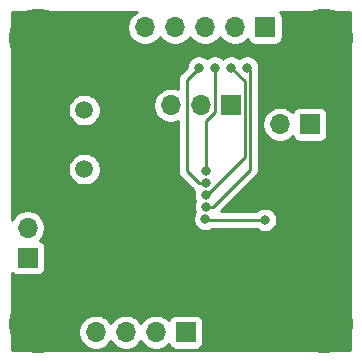
<source format=gbr>
%TF.GenerationSoftware,KiCad,Pcbnew,(5.1.6)-1*%
%TF.CreationDate,2020-09-09T14:29:39-07:00*%
%TF.ProjectId,DigitController,44696769-7443-46f6-9e74-726f6c6c6572,rev?*%
%TF.SameCoordinates,Original*%
%TF.FileFunction,Copper,L2,Bot*%
%TF.FilePolarity,Positive*%
%FSLAX46Y46*%
G04 Gerber Fmt 4.6, Leading zero omitted, Abs format (unit mm)*
G04 Created by KiCad (PCBNEW (5.1.6)-1) date 2020-09-09 14:29:39*
%MOMM*%
%LPD*%
G01*
G04 APERTURE LIST*
%TA.AperFunction,ComponentPad*%
%ADD10C,1.500000*%
%TD*%
%TA.AperFunction,ComponentPad*%
%ADD11O,1.700000X1.700000*%
%TD*%
%TA.AperFunction,ComponentPad*%
%ADD12R,1.700000X1.700000*%
%TD*%
%TA.AperFunction,ComponentPad*%
%ADD13C,0.800000*%
%TD*%
%TA.AperFunction,ComponentPad*%
%ADD14C,5.000000*%
%TD*%
%TA.AperFunction,ViaPad*%
%ADD15C,0.800000*%
%TD*%
%TA.AperFunction,Conductor*%
%ADD16C,0.250000*%
%TD*%
%TA.AperFunction,Conductor*%
%ADD17C,0.254000*%
%TD*%
G04 APERTURE END LIST*
D10*
%TO.P,Y1,2*%
%TO.N,/XTAL2*%
X66800000Y-94000000D03*
%TO.P,Y1,1*%
%TO.N,/XTAL1*%
X66800000Y-89000000D03*
%TD*%
D11*
%TO.P,J5,4*%
%TO.N,/SEG_C*%
X67780000Y-107800000D03*
%TO.P,J5,3*%
%TO.N,/SEG_D*%
X70320000Y-107800000D03*
%TO.P,J5,2*%
%TO.N,/SEG_G*%
X72860000Y-107800000D03*
D12*
%TO.P,J5,1*%
%TO.N,/SEG_H*%
X75400000Y-107800000D03*
%TD*%
D11*
%TO.P,J4,2*%
%TO.N,/SEG_F*%
X62000000Y-98960000D03*
D12*
%TO.P,J4,1*%
%TO.N,/SEG_E*%
X62000000Y-101500000D03*
%TD*%
D11*
%TO.P,J3,2*%
%TO.N,/SEG_A*%
X83360000Y-90200000D03*
D12*
%TO.P,J3,1*%
%TO.N,/SEG_B*%
X85900000Y-90200000D03*
%TD*%
D11*
%TO.P,J2,6*%
%TO.N,/GND*%
X69400000Y-82000000D03*
%TO.P,J2,5*%
%TO.N,Net-(J2-Pad5)*%
X71940000Y-82000000D03*
%TO.P,J2,4*%
%TO.N,/5V*%
X74480000Y-82000000D03*
%TO.P,J2,3*%
%TO.N,/FTDI_TX*%
X77020000Y-82000000D03*
%TO.P,J2,2*%
%TO.N,/FTDI_RX*%
X79560000Y-82000000D03*
D12*
%TO.P,J2,1*%
%TO.N,/FTDI_DTR*%
X82100000Y-82000000D03*
%TD*%
D11*
%TO.P,J1,4*%
%TO.N,/GND*%
X71580000Y-88600000D03*
%TO.P,J1,3*%
%TO.N,/5V*%
X74120000Y-88600000D03*
%TO.P,J1,2*%
%TO.N,/SCL*%
X76660000Y-88600000D03*
D12*
%TO.P,J1,1*%
%TO.N,/SDA*%
X79200000Y-88600000D03*
%TD*%
D13*
%TO.P,H4,1*%
%TO.N,/GND*%
X88450825Y-105774175D03*
X87125000Y-105225000D03*
X85799175Y-105774175D03*
X85250000Y-107100000D03*
X85799175Y-108425825D03*
X87125000Y-108975000D03*
X88450825Y-108425825D03*
X89000000Y-107100000D03*
D14*
X87125000Y-107100000D03*
%TD*%
D13*
%TO.P,H3,1*%
%TO.N,/GND*%
X64225825Y-105774175D03*
X62900000Y-105225000D03*
X61574175Y-105774175D03*
X61025000Y-107100000D03*
X61574175Y-108425825D03*
X62900000Y-108975000D03*
X64225825Y-108425825D03*
X64775000Y-107100000D03*
D14*
X62900000Y-107100000D03*
%TD*%
D13*
%TO.P,H2,1*%
%TO.N,/GND*%
X88425825Y-81574175D03*
X87100000Y-81025000D03*
X85774175Y-81574175D03*
X85225000Y-82900000D03*
X85774175Y-84225825D03*
X87100000Y-84775000D03*
X88425825Y-84225825D03*
X88975000Y-82900000D03*
D14*
X87100000Y-82900000D03*
%TD*%
D13*
%TO.P,H1,1*%
%TO.N,/GND*%
X64225825Y-81574175D03*
X62900000Y-81025000D03*
X61574175Y-81574175D03*
X61025000Y-82900000D03*
X61574175Y-84225825D03*
X62900000Y-84775000D03*
X64225825Y-84225825D03*
X64775000Y-82900000D03*
D14*
X62900000Y-82900000D03*
%TD*%
D15*
%TO.N,/5V*%
X82100000Y-98300000D03*
%TO.N,/SDA*%
X77100000Y-97200000D03*
%TO.N,/SCL*%
X77100000Y-96200000D03*
%TO.N,/FTDI_TX*%
X77100000Y-95200000D03*
%TO.N,/FTDI_RX*%
X77100000Y-94200000D03*
X77850000Y-85400000D03*
%TO.N,/FTDI_TX*%
X76500000Y-85400000D03*
%TO.N,/SCL*%
X79250000Y-85400000D03*
%TO.N,/SDA*%
X80600000Y-85400000D03*
%TO.N,/5V*%
X77050000Y-98223002D03*
%TO.N,/GND*%
X74000000Y-93500000D03*
X73950000Y-94600000D03*
X73950000Y-96700000D03*
X73950000Y-97800000D03*
%TD*%
D16*
%TO.N,/5V*%
X77126998Y-98300000D02*
X77050000Y-98223002D01*
X82100000Y-98300000D02*
X77126998Y-98300000D01*
%TO.N,/SCL*%
X77173002Y-96200000D02*
X77100000Y-96200000D01*
X80375001Y-92998001D02*
X77173002Y-96200000D01*
X80375001Y-86525001D02*
X80375001Y-92998001D01*
X79250000Y-85400000D02*
X80375001Y-86525001D01*
%TO.N,/SDA*%
X80600000Y-85400000D02*
X80825011Y-85625011D01*
X80825011Y-85625011D02*
X80825011Y-90225011D01*
X77665685Y-97200000D02*
X77100000Y-97200000D01*
X80825011Y-90225011D02*
X80825009Y-94040676D01*
X80825009Y-94040676D02*
X77665685Y-97200000D01*
%TO.N,/FTDI_RX*%
X77850000Y-89149002D02*
X77100000Y-89899002D01*
X77100000Y-89899002D02*
X77100000Y-94200000D01*
X77850000Y-85400000D02*
X77850000Y-89149002D01*
%TO.N,/FTDI_TX*%
X75484999Y-86415001D02*
X75484999Y-94150684D01*
X76534315Y-95200000D02*
X77100000Y-95200000D01*
X75484999Y-94150684D02*
X76534315Y-95200000D01*
X76500000Y-85400000D02*
X75484999Y-86415001D01*
%TD*%
D17*
%TO.N,/GND*%
G36*
X71236589Y-80684010D02*
G01*
X70993368Y-80846525D01*
X70786525Y-81053368D01*
X70624010Y-81296589D01*
X70512068Y-81566842D01*
X70455000Y-81853740D01*
X70455000Y-82146260D01*
X70512068Y-82433158D01*
X70624010Y-82703411D01*
X70786525Y-82946632D01*
X70993368Y-83153475D01*
X71236589Y-83315990D01*
X71506842Y-83427932D01*
X71793740Y-83485000D01*
X72086260Y-83485000D01*
X72373158Y-83427932D01*
X72643411Y-83315990D01*
X72886632Y-83153475D01*
X73093475Y-82946632D01*
X73210000Y-82772240D01*
X73326525Y-82946632D01*
X73533368Y-83153475D01*
X73776589Y-83315990D01*
X74046842Y-83427932D01*
X74333740Y-83485000D01*
X74626260Y-83485000D01*
X74913158Y-83427932D01*
X75183411Y-83315990D01*
X75426632Y-83153475D01*
X75633475Y-82946632D01*
X75750000Y-82772240D01*
X75866525Y-82946632D01*
X76073368Y-83153475D01*
X76316589Y-83315990D01*
X76586842Y-83427932D01*
X76873740Y-83485000D01*
X77166260Y-83485000D01*
X77453158Y-83427932D01*
X77723411Y-83315990D01*
X77966632Y-83153475D01*
X78173475Y-82946632D01*
X78290000Y-82772240D01*
X78406525Y-82946632D01*
X78613368Y-83153475D01*
X78856589Y-83315990D01*
X79126842Y-83427932D01*
X79413740Y-83485000D01*
X79706260Y-83485000D01*
X79993158Y-83427932D01*
X80263411Y-83315990D01*
X80506632Y-83153475D01*
X80638487Y-83021620D01*
X80660498Y-83094180D01*
X80719463Y-83204494D01*
X80798815Y-83301185D01*
X80895506Y-83380537D01*
X81005820Y-83439502D01*
X81125518Y-83475812D01*
X81250000Y-83488072D01*
X82950000Y-83488072D01*
X83074482Y-83475812D01*
X83194180Y-83439502D01*
X83304494Y-83380537D01*
X83401185Y-83301185D01*
X83480537Y-83204494D01*
X83539502Y-83094180D01*
X83575812Y-82974482D01*
X83588072Y-82850000D01*
X83588072Y-81150000D01*
X83575812Y-81025518D01*
X83539502Y-80905820D01*
X83480537Y-80795506D01*
X83401185Y-80698815D01*
X83353889Y-80660000D01*
X89340000Y-80660000D01*
X89340001Y-109340000D01*
X60660000Y-109340000D01*
X60660000Y-107653740D01*
X66295000Y-107653740D01*
X66295000Y-107946260D01*
X66352068Y-108233158D01*
X66464010Y-108503411D01*
X66626525Y-108746632D01*
X66833368Y-108953475D01*
X67076589Y-109115990D01*
X67346842Y-109227932D01*
X67633740Y-109285000D01*
X67926260Y-109285000D01*
X68213158Y-109227932D01*
X68483411Y-109115990D01*
X68726632Y-108953475D01*
X68933475Y-108746632D01*
X69050000Y-108572240D01*
X69166525Y-108746632D01*
X69373368Y-108953475D01*
X69616589Y-109115990D01*
X69886842Y-109227932D01*
X70173740Y-109285000D01*
X70466260Y-109285000D01*
X70753158Y-109227932D01*
X71023411Y-109115990D01*
X71266632Y-108953475D01*
X71473475Y-108746632D01*
X71590000Y-108572240D01*
X71706525Y-108746632D01*
X71913368Y-108953475D01*
X72156589Y-109115990D01*
X72426842Y-109227932D01*
X72713740Y-109285000D01*
X73006260Y-109285000D01*
X73293158Y-109227932D01*
X73563411Y-109115990D01*
X73806632Y-108953475D01*
X73938487Y-108821620D01*
X73960498Y-108894180D01*
X74019463Y-109004494D01*
X74098815Y-109101185D01*
X74195506Y-109180537D01*
X74305820Y-109239502D01*
X74425518Y-109275812D01*
X74550000Y-109288072D01*
X76250000Y-109288072D01*
X76374482Y-109275812D01*
X76494180Y-109239502D01*
X76604494Y-109180537D01*
X76701185Y-109101185D01*
X76780537Y-109004494D01*
X76839502Y-108894180D01*
X76875812Y-108774482D01*
X76888072Y-108650000D01*
X76888072Y-106950000D01*
X76875812Y-106825518D01*
X76839502Y-106705820D01*
X76780537Y-106595506D01*
X76701185Y-106498815D01*
X76604494Y-106419463D01*
X76494180Y-106360498D01*
X76374482Y-106324188D01*
X76250000Y-106311928D01*
X74550000Y-106311928D01*
X74425518Y-106324188D01*
X74305820Y-106360498D01*
X74195506Y-106419463D01*
X74098815Y-106498815D01*
X74019463Y-106595506D01*
X73960498Y-106705820D01*
X73938487Y-106778380D01*
X73806632Y-106646525D01*
X73563411Y-106484010D01*
X73293158Y-106372068D01*
X73006260Y-106315000D01*
X72713740Y-106315000D01*
X72426842Y-106372068D01*
X72156589Y-106484010D01*
X71913368Y-106646525D01*
X71706525Y-106853368D01*
X71590000Y-107027760D01*
X71473475Y-106853368D01*
X71266632Y-106646525D01*
X71023411Y-106484010D01*
X70753158Y-106372068D01*
X70466260Y-106315000D01*
X70173740Y-106315000D01*
X69886842Y-106372068D01*
X69616589Y-106484010D01*
X69373368Y-106646525D01*
X69166525Y-106853368D01*
X69050000Y-107027760D01*
X68933475Y-106853368D01*
X68726632Y-106646525D01*
X68483411Y-106484010D01*
X68213158Y-106372068D01*
X67926260Y-106315000D01*
X67633740Y-106315000D01*
X67346842Y-106372068D01*
X67076589Y-106484010D01*
X66833368Y-106646525D01*
X66626525Y-106853368D01*
X66464010Y-107096589D01*
X66352068Y-107366842D01*
X66295000Y-107653740D01*
X60660000Y-107653740D01*
X60660000Y-102753889D01*
X60698815Y-102801185D01*
X60795506Y-102880537D01*
X60905820Y-102939502D01*
X61025518Y-102975812D01*
X61150000Y-102988072D01*
X62850000Y-102988072D01*
X62974482Y-102975812D01*
X63094180Y-102939502D01*
X63204494Y-102880537D01*
X63301185Y-102801185D01*
X63380537Y-102704494D01*
X63439502Y-102594180D01*
X63475812Y-102474482D01*
X63488072Y-102350000D01*
X63488072Y-100650000D01*
X63475812Y-100525518D01*
X63439502Y-100405820D01*
X63380537Y-100295506D01*
X63301185Y-100198815D01*
X63204494Y-100119463D01*
X63094180Y-100060498D01*
X63021620Y-100038487D01*
X63153475Y-99906632D01*
X63315990Y-99663411D01*
X63427932Y-99393158D01*
X63485000Y-99106260D01*
X63485000Y-98813740D01*
X63427932Y-98526842D01*
X63315990Y-98256589D01*
X63153475Y-98013368D01*
X62946632Y-97806525D01*
X62703411Y-97644010D01*
X62433158Y-97532068D01*
X62146260Y-97475000D01*
X61853740Y-97475000D01*
X61566842Y-97532068D01*
X61296589Y-97644010D01*
X61053368Y-97806525D01*
X60846525Y-98013368D01*
X60684010Y-98256589D01*
X60660000Y-98314555D01*
X60660000Y-93863589D01*
X65415000Y-93863589D01*
X65415000Y-94136411D01*
X65468225Y-94403989D01*
X65572629Y-94656043D01*
X65724201Y-94882886D01*
X65917114Y-95075799D01*
X66143957Y-95227371D01*
X66396011Y-95331775D01*
X66663589Y-95385000D01*
X66936411Y-95385000D01*
X67203989Y-95331775D01*
X67456043Y-95227371D01*
X67682886Y-95075799D01*
X67875799Y-94882886D01*
X68027371Y-94656043D01*
X68131775Y-94403989D01*
X68185000Y-94136411D01*
X68185000Y-93863589D01*
X68131775Y-93596011D01*
X68027371Y-93343957D01*
X67875799Y-93117114D01*
X67682886Y-92924201D01*
X67456043Y-92772629D01*
X67203989Y-92668225D01*
X66936411Y-92615000D01*
X66663589Y-92615000D01*
X66396011Y-92668225D01*
X66143957Y-92772629D01*
X65917114Y-92924201D01*
X65724201Y-93117114D01*
X65572629Y-93343957D01*
X65468225Y-93596011D01*
X65415000Y-93863589D01*
X60660000Y-93863589D01*
X60660000Y-88863589D01*
X65415000Y-88863589D01*
X65415000Y-89136411D01*
X65468225Y-89403989D01*
X65572629Y-89656043D01*
X65724201Y-89882886D01*
X65917114Y-90075799D01*
X66143957Y-90227371D01*
X66396011Y-90331775D01*
X66663589Y-90385000D01*
X66936411Y-90385000D01*
X67203989Y-90331775D01*
X67456043Y-90227371D01*
X67682886Y-90075799D01*
X67875799Y-89882886D01*
X68027371Y-89656043D01*
X68131775Y-89403989D01*
X68185000Y-89136411D01*
X68185000Y-88863589D01*
X68131775Y-88596011D01*
X68072845Y-88453740D01*
X72635000Y-88453740D01*
X72635000Y-88746260D01*
X72692068Y-89033158D01*
X72804010Y-89303411D01*
X72966525Y-89546632D01*
X73173368Y-89753475D01*
X73416589Y-89915990D01*
X73686842Y-90027932D01*
X73973740Y-90085000D01*
X74266260Y-90085000D01*
X74553158Y-90027932D01*
X74724999Y-89956753D01*
X74725000Y-94113352D01*
X74721323Y-94150684D01*
X74725000Y-94188017D01*
X74735997Y-94299670D01*
X74746084Y-94332922D01*
X74779453Y-94442930D01*
X74850025Y-94574960D01*
X74921200Y-94661686D01*
X74944999Y-94690685D01*
X74973997Y-94714483D01*
X75970516Y-95711003D01*
X75994314Y-95740001D01*
X76023312Y-95763799D01*
X76110038Y-95834974D01*
X76127137Y-95844114D01*
X76104774Y-95898102D01*
X76065000Y-96098061D01*
X76065000Y-96301939D01*
X76104774Y-96501898D01*
X76182795Y-96690256D01*
X76189306Y-96700000D01*
X76182795Y-96709744D01*
X76104774Y-96898102D01*
X76065000Y-97098061D01*
X76065000Y-97301939D01*
X76104774Y-97501898D01*
X76174525Y-97670292D01*
X76132795Y-97732746D01*
X76054774Y-97921104D01*
X76015000Y-98121063D01*
X76015000Y-98324941D01*
X76054774Y-98524900D01*
X76132795Y-98713258D01*
X76246063Y-98882776D01*
X76390226Y-99026939D01*
X76559744Y-99140207D01*
X76748102Y-99218228D01*
X76948061Y-99258002D01*
X77151939Y-99258002D01*
X77351898Y-99218228D01*
X77540256Y-99140207D01*
X77660295Y-99060000D01*
X81396289Y-99060000D01*
X81440226Y-99103937D01*
X81609744Y-99217205D01*
X81798102Y-99295226D01*
X81998061Y-99335000D01*
X82201939Y-99335000D01*
X82401898Y-99295226D01*
X82590256Y-99217205D01*
X82759774Y-99103937D01*
X82903937Y-98959774D01*
X83017205Y-98790256D01*
X83095226Y-98601898D01*
X83135000Y-98401939D01*
X83135000Y-98198061D01*
X83095226Y-97998102D01*
X83017205Y-97809744D01*
X82903937Y-97640226D01*
X82759774Y-97496063D01*
X82590256Y-97382795D01*
X82401898Y-97304774D01*
X82201939Y-97265000D01*
X81998061Y-97265000D01*
X81798102Y-97304774D01*
X81609744Y-97382795D01*
X81440226Y-97496063D01*
X81396289Y-97540000D01*
X78400486Y-97540000D01*
X81336016Y-94604471D01*
X81365009Y-94580677D01*
X81388803Y-94551684D01*
X81388808Y-94551679D01*
X81459983Y-94464952D01*
X81530555Y-94332923D01*
X81574011Y-94189662D01*
X81588685Y-94040676D01*
X81585008Y-94003344D01*
X81585011Y-90187679D01*
X81585011Y-90053740D01*
X81875000Y-90053740D01*
X81875000Y-90346260D01*
X81932068Y-90633158D01*
X82044010Y-90903411D01*
X82206525Y-91146632D01*
X82413368Y-91353475D01*
X82656589Y-91515990D01*
X82926842Y-91627932D01*
X83213740Y-91685000D01*
X83506260Y-91685000D01*
X83793158Y-91627932D01*
X84063411Y-91515990D01*
X84306632Y-91353475D01*
X84438487Y-91221620D01*
X84460498Y-91294180D01*
X84519463Y-91404494D01*
X84598815Y-91501185D01*
X84695506Y-91580537D01*
X84805820Y-91639502D01*
X84925518Y-91675812D01*
X85050000Y-91688072D01*
X86750000Y-91688072D01*
X86874482Y-91675812D01*
X86994180Y-91639502D01*
X87104494Y-91580537D01*
X87201185Y-91501185D01*
X87280537Y-91404494D01*
X87339502Y-91294180D01*
X87375812Y-91174482D01*
X87388072Y-91050000D01*
X87388072Y-89350000D01*
X87375812Y-89225518D01*
X87339502Y-89105820D01*
X87280537Y-88995506D01*
X87201185Y-88898815D01*
X87104494Y-88819463D01*
X86994180Y-88760498D01*
X86874482Y-88724188D01*
X86750000Y-88711928D01*
X85050000Y-88711928D01*
X84925518Y-88724188D01*
X84805820Y-88760498D01*
X84695506Y-88819463D01*
X84598815Y-88898815D01*
X84519463Y-88995506D01*
X84460498Y-89105820D01*
X84438487Y-89178380D01*
X84306632Y-89046525D01*
X84063411Y-88884010D01*
X83793158Y-88772068D01*
X83506260Y-88715000D01*
X83213740Y-88715000D01*
X82926842Y-88772068D01*
X82656589Y-88884010D01*
X82413368Y-89046525D01*
X82206525Y-89253368D01*
X82044010Y-89496589D01*
X81932068Y-89766842D01*
X81875000Y-90053740D01*
X81585011Y-90053740D01*
X81585011Y-85726559D01*
X81595226Y-85701898D01*
X81635000Y-85501939D01*
X81635000Y-85298061D01*
X81595226Y-85098102D01*
X81517205Y-84909744D01*
X81403937Y-84740226D01*
X81259774Y-84596063D01*
X81090256Y-84482795D01*
X80901898Y-84404774D01*
X80701939Y-84365000D01*
X80498061Y-84365000D01*
X80298102Y-84404774D01*
X80109744Y-84482795D01*
X79940226Y-84596063D01*
X79925000Y-84611289D01*
X79909774Y-84596063D01*
X79740256Y-84482795D01*
X79551898Y-84404774D01*
X79351939Y-84365000D01*
X79148061Y-84365000D01*
X78948102Y-84404774D01*
X78759744Y-84482795D01*
X78590226Y-84596063D01*
X78550000Y-84636289D01*
X78509774Y-84596063D01*
X78340256Y-84482795D01*
X78151898Y-84404774D01*
X77951939Y-84365000D01*
X77748061Y-84365000D01*
X77548102Y-84404774D01*
X77359744Y-84482795D01*
X77190226Y-84596063D01*
X77175000Y-84611289D01*
X77159774Y-84596063D01*
X76990256Y-84482795D01*
X76801898Y-84404774D01*
X76601939Y-84365000D01*
X76398061Y-84365000D01*
X76198102Y-84404774D01*
X76009744Y-84482795D01*
X75840226Y-84596063D01*
X75696063Y-84740226D01*
X75582795Y-84909744D01*
X75504774Y-85098102D01*
X75465000Y-85298061D01*
X75465000Y-85360198D01*
X74974001Y-85851197D01*
X74944998Y-85875000D01*
X74910319Y-85917257D01*
X74850025Y-85990725D01*
X74791228Y-86100725D01*
X74779453Y-86122755D01*
X74735996Y-86266016D01*
X74724999Y-86377669D01*
X74724999Y-86377679D01*
X74721323Y-86415001D01*
X74724999Y-86452323D01*
X74724999Y-87243247D01*
X74553158Y-87172068D01*
X74266260Y-87115000D01*
X73973740Y-87115000D01*
X73686842Y-87172068D01*
X73416589Y-87284010D01*
X73173368Y-87446525D01*
X72966525Y-87653368D01*
X72804010Y-87896589D01*
X72692068Y-88166842D01*
X72635000Y-88453740D01*
X68072845Y-88453740D01*
X68027371Y-88343957D01*
X67875799Y-88117114D01*
X67682886Y-87924201D01*
X67456043Y-87772629D01*
X67203989Y-87668225D01*
X66936411Y-87615000D01*
X66663589Y-87615000D01*
X66396011Y-87668225D01*
X66143957Y-87772629D01*
X65917114Y-87924201D01*
X65724201Y-88117114D01*
X65572629Y-88343957D01*
X65468225Y-88596011D01*
X65415000Y-88863589D01*
X60660000Y-88863589D01*
X60660000Y-80660000D01*
X71294555Y-80660000D01*
X71236589Y-80684010D01*
G37*
X71236589Y-80684010D02*
X70993368Y-80846525D01*
X70786525Y-81053368D01*
X70624010Y-81296589D01*
X70512068Y-81566842D01*
X70455000Y-81853740D01*
X70455000Y-82146260D01*
X70512068Y-82433158D01*
X70624010Y-82703411D01*
X70786525Y-82946632D01*
X70993368Y-83153475D01*
X71236589Y-83315990D01*
X71506842Y-83427932D01*
X71793740Y-83485000D01*
X72086260Y-83485000D01*
X72373158Y-83427932D01*
X72643411Y-83315990D01*
X72886632Y-83153475D01*
X73093475Y-82946632D01*
X73210000Y-82772240D01*
X73326525Y-82946632D01*
X73533368Y-83153475D01*
X73776589Y-83315990D01*
X74046842Y-83427932D01*
X74333740Y-83485000D01*
X74626260Y-83485000D01*
X74913158Y-83427932D01*
X75183411Y-83315990D01*
X75426632Y-83153475D01*
X75633475Y-82946632D01*
X75750000Y-82772240D01*
X75866525Y-82946632D01*
X76073368Y-83153475D01*
X76316589Y-83315990D01*
X76586842Y-83427932D01*
X76873740Y-83485000D01*
X77166260Y-83485000D01*
X77453158Y-83427932D01*
X77723411Y-83315990D01*
X77966632Y-83153475D01*
X78173475Y-82946632D01*
X78290000Y-82772240D01*
X78406525Y-82946632D01*
X78613368Y-83153475D01*
X78856589Y-83315990D01*
X79126842Y-83427932D01*
X79413740Y-83485000D01*
X79706260Y-83485000D01*
X79993158Y-83427932D01*
X80263411Y-83315990D01*
X80506632Y-83153475D01*
X80638487Y-83021620D01*
X80660498Y-83094180D01*
X80719463Y-83204494D01*
X80798815Y-83301185D01*
X80895506Y-83380537D01*
X81005820Y-83439502D01*
X81125518Y-83475812D01*
X81250000Y-83488072D01*
X82950000Y-83488072D01*
X83074482Y-83475812D01*
X83194180Y-83439502D01*
X83304494Y-83380537D01*
X83401185Y-83301185D01*
X83480537Y-83204494D01*
X83539502Y-83094180D01*
X83575812Y-82974482D01*
X83588072Y-82850000D01*
X83588072Y-81150000D01*
X83575812Y-81025518D01*
X83539502Y-80905820D01*
X83480537Y-80795506D01*
X83401185Y-80698815D01*
X83353889Y-80660000D01*
X89340000Y-80660000D01*
X89340001Y-109340000D01*
X60660000Y-109340000D01*
X60660000Y-107653740D01*
X66295000Y-107653740D01*
X66295000Y-107946260D01*
X66352068Y-108233158D01*
X66464010Y-108503411D01*
X66626525Y-108746632D01*
X66833368Y-108953475D01*
X67076589Y-109115990D01*
X67346842Y-109227932D01*
X67633740Y-109285000D01*
X67926260Y-109285000D01*
X68213158Y-109227932D01*
X68483411Y-109115990D01*
X68726632Y-108953475D01*
X68933475Y-108746632D01*
X69050000Y-108572240D01*
X69166525Y-108746632D01*
X69373368Y-108953475D01*
X69616589Y-109115990D01*
X69886842Y-109227932D01*
X70173740Y-109285000D01*
X70466260Y-109285000D01*
X70753158Y-109227932D01*
X71023411Y-109115990D01*
X71266632Y-108953475D01*
X71473475Y-108746632D01*
X71590000Y-108572240D01*
X71706525Y-108746632D01*
X71913368Y-108953475D01*
X72156589Y-109115990D01*
X72426842Y-109227932D01*
X72713740Y-109285000D01*
X73006260Y-109285000D01*
X73293158Y-109227932D01*
X73563411Y-109115990D01*
X73806632Y-108953475D01*
X73938487Y-108821620D01*
X73960498Y-108894180D01*
X74019463Y-109004494D01*
X74098815Y-109101185D01*
X74195506Y-109180537D01*
X74305820Y-109239502D01*
X74425518Y-109275812D01*
X74550000Y-109288072D01*
X76250000Y-109288072D01*
X76374482Y-109275812D01*
X76494180Y-109239502D01*
X76604494Y-109180537D01*
X76701185Y-109101185D01*
X76780537Y-109004494D01*
X76839502Y-108894180D01*
X76875812Y-108774482D01*
X76888072Y-108650000D01*
X76888072Y-106950000D01*
X76875812Y-106825518D01*
X76839502Y-106705820D01*
X76780537Y-106595506D01*
X76701185Y-106498815D01*
X76604494Y-106419463D01*
X76494180Y-106360498D01*
X76374482Y-106324188D01*
X76250000Y-106311928D01*
X74550000Y-106311928D01*
X74425518Y-106324188D01*
X74305820Y-106360498D01*
X74195506Y-106419463D01*
X74098815Y-106498815D01*
X74019463Y-106595506D01*
X73960498Y-106705820D01*
X73938487Y-106778380D01*
X73806632Y-106646525D01*
X73563411Y-106484010D01*
X73293158Y-106372068D01*
X73006260Y-106315000D01*
X72713740Y-106315000D01*
X72426842Y-106372068D01*
X72156589Y-106484010D01*
X71913368Y-106646525D01*
X71706525Y-106853368D01*
X71590000Y-107027760D01*
X71473475Y-106853368D01*
X71266632Y-106646525D01*
X71023411Y-106484010D01*
X70753158Y-106372068D01*
X70466260Y-106315000D01*
X70173740Y-106315000D01*
X69886842Y-106372068D01*
X69616589Y-106484010D01*
X69373368Y-106646525D01*
X69166525Y-106853368D01*
X69050000Y-107027760D01*
X68933475Y-106853368D01*
X68726632Y-106646525D01*
X68483411Y-106484010D01*
X68213158Y-106372068D01*
X67926260Y-106315000D01*
X67633740Y-106315000D01*
X67346842Y-106372068D01*
X67076589Y-106484010D01*
X66833368Y-106646525D01*
X66626525Y-106853368D01*
X66464010Y-107096589D01*
X66352068Y-107366842D01*
X66295000Y-107653740D01*
X60660000Y-107653740D01*
X60660000Y-102753889D01*
X60698815Y-102801185D01*
X60795506Y-102880537D01*
X60905820Y-102939502D01*
X61025518Y-102975812D01*
X61150000Y-102988072D01*
X62850000Y-102988072D01*
X62974482Y-102975812D01*
X63094180Y-102939502D01*
X63204494Y-102880537D01*
X63301185Y-102801185D01*
X63380537Y-102704494D01*
X63439502Y-102594180D01*
X63475812Y-102474482D01*
X63488072Y-102350000D01*
X63488072Y-100650000D01*
X63475812Y-100525518D01*
X63439502Y-100405820D01*
X63380537Y-100295506D01*
X63301185Y-100198815D01*
X63204494Y-100119463D01*
X63094180Y-100060498D01*
X63021620Y-100038487D01*
X63153475Y-99906632D01*
X63315990Y-99663411D01*
X63427932Y-99393158D01*
X63485000Y-99106260D01*
X63485000Y-98813740D01*
X63427932Y-98526842D01*
X63315990Y-98256589D01*
X63153475Y-98013368D01*
X62946632Y-97806525D01*
X62703411Y-97644010D01*
X62433158Y-97532068D01*
X62146260Y-97475000D01*
X61853740Y-97475000D01*
X61566842Y-97532068D01*
X61296589Y-97644010D01*
X61053368Y-97806525D01*
X60846525Y-98013368D01*
X60684010Y-98256589D01*
X60660000Y-98314555D01*
X60660000Y-93863589D01*
X65415000Y-93863589D01*
X65415000Y-94136411D01*
X65468225Y-94403989D01*
X65572629Y-94656043D01*
X65724201Y-94882886D01*
X65917114Y-95075799D01*
X66143957Y-95227371D01*
X66396011Y-95331775D01*
X66663589Y-95385000D01*
X66936411Y-95385000D01*
X67203989Y-95331775D01*
X67456043Y-95227371D01*
X67682886Y-95075799D01*
X67875799Y-94882886D01*
X68027371Y-94656043D01*
X68131775Y-94403989D01*
X68185000Y-94136411D01*
X68185000Y-93863589D01*
X68131775Y-93596011D01*
X68027371Y-93343957D01*
X67875799Y-93117114D01*
X67682886Y-92924201D01*
X67456043Y-92772629D01*
X67203989Y-92668225D01*
X66936411Y-92615000D01*
X66663589Y-92615000D01*
X66396011Y-92668225D01*
X66143957Y-92772629D01*
X65917114Y-92924201D01*
X65724201Y-93117114D01*
X65572629Y-93343957D01*
X65468225Y-93596011D01*
X65415000Y-93863589D01*
X60660000Y-93863589D01*
X60660000Y-88863589D01*
X65415000Y-88863589D01*
X65415000Y-89136411D01*
X65468225Y-89403989D01*
X65572629Y-89656043D01*
X65724201Y-89882886D01*
X65917114Y-90075799D01*
X66143957Y-90227371D01*
X66396011Y-90331775D01*
X66663589Y-90385000D01*
X66936411Y-90385000D01*
X67203989Y-90331775D01*
X67456043Y-90227371D01*
X67682886Y-90075799D01*
X67875799Y-89882886D01*
X68027371Y-89656043D01*
X68131775Y-89403989D01*
X68185000Y-89136411D01*
X68185000Y-88863589D01*
X68131775Y-88596011D01*
X68072845Y-88453740D01*
X72635000Y-88453740D01*
X72635000Y-88746260D01*
X72692068Y-89033158D01*
X72804010Y-89303411D01*
X72966525Y-89546632D01*
X73173368Y-89753475D01*
X73416589Y-89915990D01*
X73686842Y-90027932D01*
X73973740Y-90085000D01*
X74266260Y-90085000D01*
X74553158Y-90027932D01*
X74724999Y-89956753D01*
X74725000Y-94113352D01*
X74721323Y-94150684D01*
X74725000Y-94188017D01*
X74735997Y-94299670D01*
X74746084Y-94332922D01*
X74779453Y-94442930D01*
X74850025Y-94574960D01*
X74921200Y-94661686D01*
X74944999Y-94690685D01*
X74973997Y-94714483D01*
X75970516Y-95711003D01*
X75994314Y-95740001D01*
X76023312Y-95763799D01*
X76110038Y-95834974D01*
X76127137Y-95844114D01*
X76104774Y-95898102D01*
X76065000Y-96098061D01*
X76065000Y-96301939D01*
X76104774Y-96501898D01*
X76182795Y-96690256D01*
X76189306Y-96700000D01*
X76182795Y-96709744D01*
X76104774Y-96898102D01*
X76065000Y-97098061D01*
X76065000Y-97301939D01*
X76104774Y-97501898D01*
X76174525Y-97670292D01*
X76132795Y-97732746D01*
X76054774Y-97921104D01*
X76015000Y-98121063D01*
X76015000Y-98324941D01*
X76054774Y-98524900D01*
X76132795Y-98713258D01*
X76246063Y-98882776D01*
X76390226Y-99026939D01*
X76559744Y-99140207D01*
X76748102Y-99218228D01*
X76948061Y-99258002D01*
X77151939Y-99258002D01*
X77351898Y-99218228D01*
X77540256Y-99140207D01*
X77660295Y-99060000D01*
X81396289Y-99060000D01*
X81440226Y-99103937D01*
X81609744Y-99217205D01*
X81798102Y-99295226D01*
X81998061Y-99335000D01*
X82201939Y-99335000D01*
X82401898Y-99295226D01*
X82590256Y-99217205D01*
X82759774Y-99103937D01*
X82903937Y-98959774D01*
X83017205Y-98790256D01*
X83095226Y-98601898D01*
X83135000Y-98401939D01*
X83135000Y-98198061D01*
X83095226Y-97998102D01*
X83017205Y-97809744D01*
X82903937Y-97640226D01*
X82759774Y-97496063D01*
X82590256Y-97382795D01*
X82401898Y-97304774D01*
X82201939Y-97265000D01*
X81998061Y-97265000D01*
X81798102Y-97304774D01*
X81609744Y-97382795D01*
X81440226Y-97496063D01*
X81396289Y-97540000D01*
X78400486Y-97540000D01*
X81336016Y-94604471D01*
X81365009Y-94580677D01*
X81388803Y-94551684D01*
X81388808Y-94551679D01*
X81459983Y-94464952D01*
X81530555Y-94332923D01*
X81574011Y-94189662D01*
X81588685Y-94040676D01*
X81585008Y-94003344D01*
X81585011Y-90187679D01*
X81585011Y-90053740D01*
X81875000Y-90053740D01*
X81875000Y-90346260D01*
X81932068Y-90633158D01*
X82044010Y-90903411D01*
X82206525Y-91146632D01*
X82413368Y-91353475D01*
X82656589Y-91515990D01*
X82926842Y-91627932D01*
X83213740Y-91685000D01*
X83506260Y-91685000D01*
X83793158Y-91627932D01*
X84063411Y-91515990D01*
X84306632Y-91353475D01*
X84438487Y-91221620D01*
X84460498Y-91294180D01*
X84519463Y-91404494D01*
X84598815Y-91501185D01*
X84695506Y-91580537D01*
X84805820Y-91639502D01*
X84925518Y-91675812D01*
X85050000Y-91688072D01*
X86750000Y-91688072D01*
X86874482Y-91675812D01*
X86994180Y-91639502D01*
X87104494Y-91580537D01*
X87201185Y-91501185D01*
X87280537Y-91404494D01*
X87339502Y-91294180D01*
X87375812Y-91174482D01*
X87388072Y-91050000D01*
X87388072Y-89350000D01*
X87375812Y-89225518D01*
X87339502Y-89105820D01*
X87280537Y-88995506D01*
X87201185Y-88898815D01*
X87104494Y-88819463D01*
X86994180Y-88760498D01*
X86874482Y-88724188D01*
X86750000Y-88711928D01*
X85050000Y-88711928D01*
X84925518Y-88724188D01*
X84805820Y-88760498D01*
X84695506Y-88819463D01*
X84598815Y-88898815D01*
X84519463Y-88995506D01*
X84460498Y-89105820D01*
X84438487Y-89178380D01*
X84306632Y-89046525D01*
X84063411Y-88884010D01*
X83793158Y-88772068D01*
X83506260Y-88715000D01*
X83213740Y-88715000D01*
X82926842Y-88772068D01*
X82656589Y-88884010D01*
X82413368Y-89046525D01*
X82206525Y-89253368D01*
X82044010Y-89496589D01*
X81932068Y-89766842D01*
X81875000Y-90053740D01*
X81585011Y-90053740D01*
X81585011Y-85726559D01*
X81595226Y-85701898D01*
X81635000Y-85501939D01*
X81635000Y-85298061D01*
X81595226Y-85098102D01*
X81517205Y-84909744D01*
X81403937Y-84740226D01*
X81259774Y-84596063D01*
X81090256Y-84482795D01*
X80901898Y-84404774D01*
X80701939Y-84365000D01*
X80498061Y-84365000D01*
X80298102Y-84404774D01*
X80109744Y-84482795D01*
X79940226Y-84596063D01*
X79925000Y-84611289D01*
X79909774Y-84596063D01*
X79740256Y-84482795D01*
X79551898Y-84404774D01*
X79351939Y-84365000D01*
X79148061Y-84365000D01*
X78948102Y-84404774D01*
X78759744Y-84482795D01*
X78590226Y-84596063D01*
X78550000Y-84636289D01*
X78509774Y-84596063D01*
X78340256Y-84482795D01*
X78151898Y-84404774D01*
X77951939Y-84365000D01*
X77748061Y-84365000D01*
X77548102Y-84404774D01*
X77359744Y-84482795D01*
X77190226Y-84596063D01*
X77175000Y-84611289D01*
X77159774Y-84596063D01*
X76990256Y-84482795D01*
X76801898Y-84404774D01*
X76601939Y-84365000D01*
X76398061Y-84365000D01*
X76198102Y-84404774D01*
X76009744Y-84482795D01*
X75840226Y-84596063D01*
X75696063Y-84740226D01*
X75582795Y-84909744D01*
X75504774Y-85098102D01*
X75465000Y-85298061D01*
X75465000Y-85360198D01*
X74974001Y-85851197D01*
X74944998Y-85875000D01*
X74910319Y-85917257D01*
X74850025Y-85990725D01*
X74791228Y-86100725D01*
X74779453Y-86122755D01*
X74735996Y-86266016D01*
X74724999Y-86377669D01*
X74724999Y-86377679D01*
X74721323Y-86415001D01*
X74724999Y-86452323D01*
X74724999Y-87243247D01*
X74553158Y-87172068D01*
X74266260Y-87115000D01*
X73973740Y-87115000D01*
X73686842Y-87172068D01*
X73416589Y-87284010D01*
X73173368Y-87446525D01*
X72966525Y-87653368D01*
X72804010Y-87896589D01*
X72692068Y-88166842D01*
X72635000Y-88453740D01*
X68072845Y-88453740D01*
X68027371Y-88343957D01*
X67875799Y-88117114D01*
X67682886Y-87924201D01*
X67456043Y-87772629D01*
X67203989Y-87668225D01*
X66936411Y-87615000D01*
X66663589Y-87615000D01*
X66396011Y-87668225D01*
X66143957Y-87772629D01*
X65917114Y-87924201D01*
X65724201Y-88117114D01*
X65572629Y-88343957D01*
X65468225Y-88596011D01*
X65415000Y-88863589D01*
X60660000Y-88863589D01*
X60660000Y-80660000D01*
X71294555Y-80660000D01*
X71236589Y-80684010D01*
%TD*%
M02*

</source>
